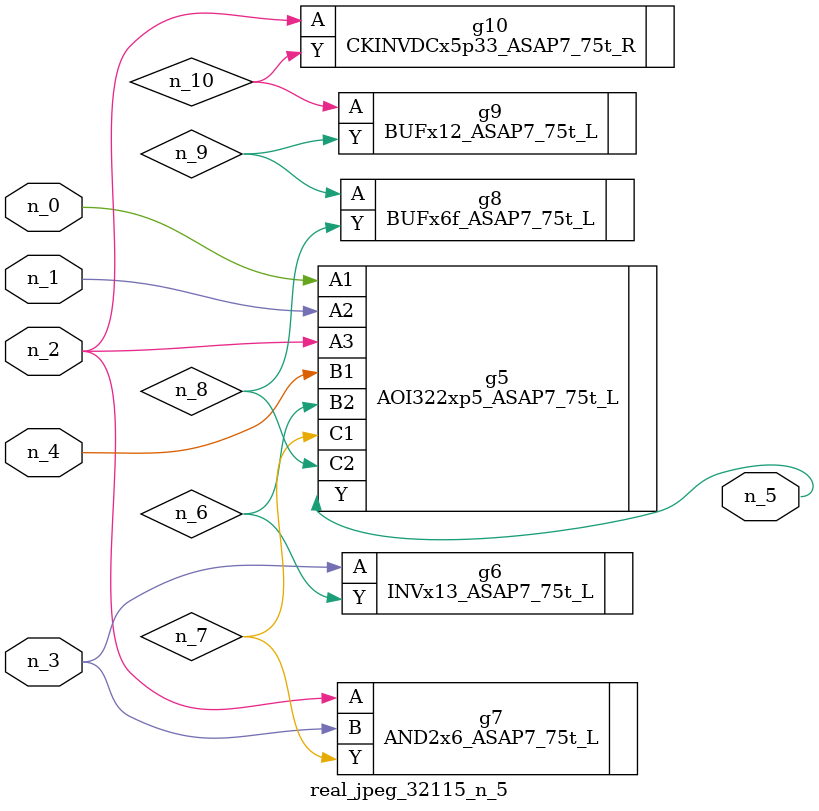
<source format=v>
module real_jpeg_32115_n_5 (n_4, n_0, n_1, n_2, n_3, n_5);

input n_4;
input n_0;
input n_1;
input n_2;
input n_3;

output n_5;

wire n_8;
wire n_6;
wire n_7;
wire n_10;
wire n_9;

AOI322xp5_ASAP7_75t_L g5 ( 
.A1(n_0),
.A2(n_1),
.A3(n_2),
.B1(n_4),
.B2(n_6),
.C1(n_7),
.C2(n_8),
.Y(n_5)
);

AND2x6_ASAP7_75t_L g7 ( 
.A(n_2),
.B(n_3),
.Y(n_7)
);

CKINVDCx5p33_ASAP7_75t_R g10 ( 
.A(n_2),
.Y(n_10)
);

INVx13_ASAP7_75t_L g6 ( 
.A(n_3),
.Y(n_6)
);

BUFx6f_ASAP7_75t_L g8 ( 
.A(n_9),
.Y(n_8)
);

BUFx12_ASAP7_75t_L g9 ( 
.A(n_10),
.Y(n_9)
);


endmodule
</source>
